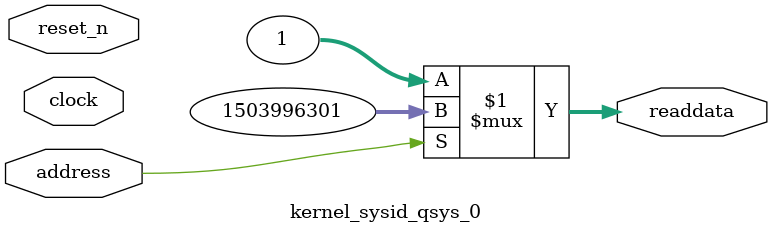
<source format=v>

`timescale 1ns / 1ps
// synthesis translate_on

// turn off superfluous verilog processor warnings 
// altera message_level Level1 
// altera message_off 10034 10035 10036 10037 10230 10240 10030 

module kernel_sysid_qsys_0 (
               // inputs:
                address,
                clock,
                reset_n,

               // outputs:
                readdata
             )
;

  output  [ 31: 0] readdata;
  input            address;
  input            clock;
  input            reset_n;

  wire    [ 31: 0] readdata;
  //control_slave, which is an e_avalon_slave
  assign readdata = address ? 1503996301 : 1;

endmodule




</source>
